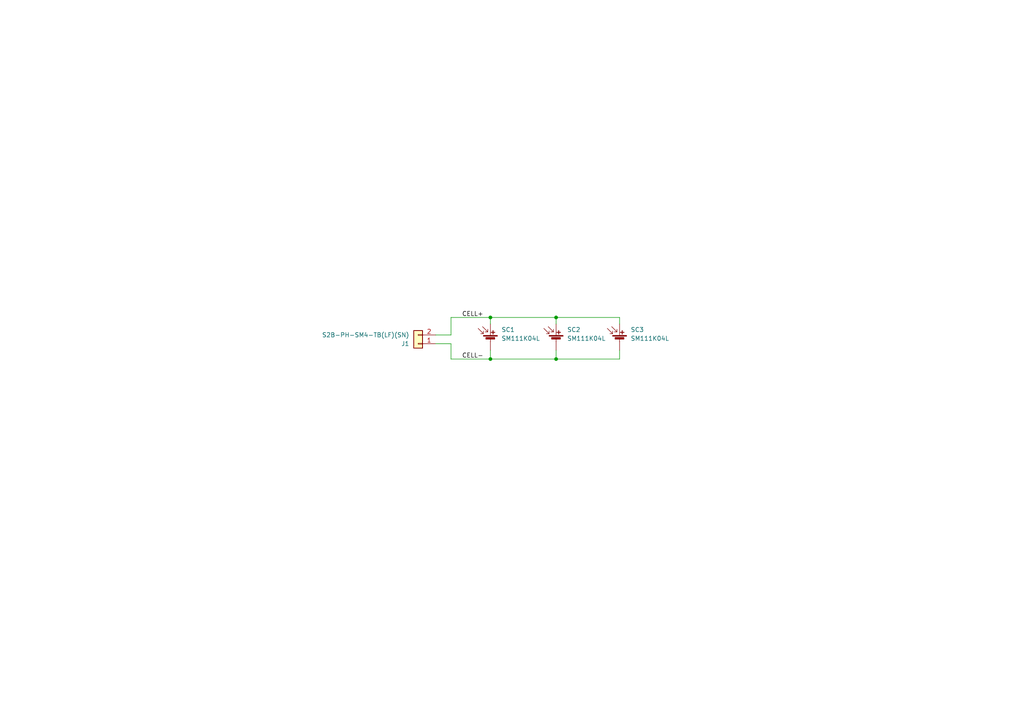
<source format=kicad_sch>
(kicad_sch (version 20211123) (generator eeschema)
  (paper "A4")
  (title_block (title "ALOIDIA Keyboard Solar Cells Breakout Module") (date "2022-07-10") (comment 2 "Author: Vincent Nguyen"))
  (lib_symbols
    (symbol "Connector_Generic:Conn_01x02" (pin_names (offset 1.016) hide)
      (property "Reference" "J" (at 0 2.54 0))
      (property "Value" "Conn_01x02" (at 0 -5.08 0))
      (symbol "Conn_01x02_1_1"
        (rectangle (start -1.27 -2.413) (end 0 -2.667) (stroke (width 0.1524)))
        (rectangle (start -1.27 0.127) (end 0 -0.127) (stroke (width 0.1524)))
        (rectangle (start -1.27 1.27) (end 1.27 -3.81) (stroke (width 0.254)) (fill (type background)))
        (pin passive line (at -5.08 0 0) (length 3.81) (name "Pin_1") (number "1"))
        (pin passive line (at -5.08 -2.54 0) (length 3.81) (name "Pin_2") (number "2"))
      )
    )
    (symbol "Device:Solar_Cell" (pin_numbers hide) (pin_names (offset 0) hide)
      (property "Reference" "SC" (at 2.54 2.54 0))
      (property "Value" "Solar_Cell" (at 2.54 0 0))
      (symbol "Solar_Cell_0_1"
        (rectangle (start -2.032 1.778) (end 2.032 1.524) (fill (type outline)))
        (rectangle (start -1.3208 1.1938) (end 1.27 0.6858) (fill (type outline)))
        (polyline (pts (xy -2.032 2.286) (xy -3.556 3.81)))
        (polyline (pts (xy -0.762 2.794) (xy -2.286 4.318)))
        (polyline (pts (xy 0 0.762) (xy 0 0)))
        (polyline (pts (xy 0 1.778) (xy 0 2.54)))
        (polyline (pts (xy 0.254 2.667) (xy 1.27 2.667)) (stroke (width 0.254)))
        (polyline (pts (xy 0.762 3.175) (xy 0.762 2.159)) (stroke (width 0.254)))
        (polyline (pts (xy -2.032 3.048) (xy -2.032 2.286) (xy -2.794 2.286)))
        (polyline (pts (xy -0.762 3.556) (xy -0.762 2.794) (xy -1.524 2.794)))
      )
      (symbol "Solar_Cell_1_1"
        (pin passive line (at 0 5.08 270) (length 2.54) (name "+") (number "1"))
        (pin passive line (at 0 -2.54 90) (length 2.54) (name "-") (number "2"))
      )
    )
  )
  (junction (at 142.24 92.075))
  (junction (at 142.24 104.14))
  (junction (at 161.29 92.075))
  (junction (at 161.29 104.14))
  (wire (pts (xy 161.29 92.075) (xy 179.705 92.075)))
  (wire (pts (xy 179.705 92.075) (xy 179.705 93.98)))
  (wire (pts (xy 179.705 104.14) (xy 161.29 104.14)))
  (wire (pts (xy 142.24 93.98) (xy 142.24 92.075)))
  (wire (pts (xy 126.365 97.155) (xy 130.81 97.155)))
  (wire (pts (xy 130.81 92.075) (xy 142.24 92.075)))
  (wire (pts (xy 161.29 104.14) (xy 142.24 104.14)))
  (wire (pts (xy 126.365 99.695) (xy 130.81 99.695)))
  (wire (pts (xy 130.81 97.155) (xy 130.81 92.075)))
  (wire (pts (xy 142.24 104.14) (xy 142.24 101.6)))
  (wire (pts (xy 179.705 101.6) (xy 179.705 104.14)))
  (wire (pts (xy 130.81 104.14) (xy 142.24 104.14)))
  (wire (pts (xy 161.29 92.075) (xy 161.29 93.98)))
  (wire (pts (xy 142.24 92.075) (xy 161.29 92.075)))
  (wire (pts (xy 161.29 104.14) (xy 161.29 101.6)))
  (wire (pts (xy 130.81 99.695) (xy 130.81 104.14)))
  (label "CELL+" (at 133.985 92.075 0))
  (label "CELL-" (at 133.985 104.14 0))
  (symbol (lib_id "Device:Solar_Cell") (at 161.29 99.06 0) (unit 1)
    (property "Reference" "SC2" (at 164.465 95.6309 0) (effects (justify left)))
    (property "Value" "SM111K04L" (at 164.465 98.1709 0) (effects (justify left)))
    (property "Footprint" "0_various:SM111K04L" (effects hide))
    (property "Datasheet" "https://waf-e.dubudisk.com/anysolar.dubuplus.com/techsupport@anysolar.biz/O18Adzo/DubuDisk/www/Gen2/SM111K04L%20DATA%20SHEET%20202007.pdf" (effects hide))
    (property "Manufacturer ref" "SM111K04L" (effects hide))
    (property "Digikey ref" "SM111K04L-ND" (effects hide))
  )
  (symbol (lib_id "Device:Solar_Cell") (at 142.24 99.06 0) (unit 1)
    (property "Reference" "SC1" (at 145.415 95.6309 0) (effects (justify left)))
    (property "Value" "SM111K04L" (at 145.415 98.1709 0) (effects (justify left)))
    (property "Footprint" "0_various:SM111K04L" (effects hide))
    (property "Datasheet" "https://waf-e.dubudisk.com/anysolar.dubuplus.com/techsupport@anysolar.biz/O18Adzo/DubuDisk/www/Gen2/SM111K04L%20DATA%20SHEET%20202007.pdf" (effects hide))
    (property "Manufacturer ref" "SM111K04L" (effects hide))
    (property "Digikey ref" "SM111K04L-ND" (effects hide))
  )
  (symbol (lib_id "Connector_Generic:Conn_01x02") (at 121.285 99.695 180) (unit 1)
    (property "Reference" "J1" (at 118.745 99.6951 0) (effects (justify left)))
    (property "Value" "S2B-PH-SM4-TB(LF)(SN)" (at 118.745 97.1551 0) (effects (justify left)))
    (property "Footprint" "Connector_JST:JST_PH_S2B-PH-SM4-TB_1x02-1MP_P2.00mm_Horizontal" (effects hide))
  )
  (symbol (lib_id "Device:Solar_Cell") (at 179.705 99.06 0) (unit 1)
    (property "Reference" "SC3" (at 182.88 95.6309 0) (effects (justify left)))
    (property "Value" "SM111K04L" (at 182.88 98.1709 0) (effects (justify left)))
    (property "Footprint" "0_various:SM111K04L" (effects hide))
    (property "Datasheet" "https://waf-e.dubudisk.com/anysolar.dubuplus.com/techsupport@anysolar.biz/O18Adzo/DubuDisk/www/Gen2/SM111K04L%20DATA%20SHEET%20202007.pdf" (effects hide))
    (property "Manufacturer ref" "SM111K04L" (effects hide))
    (property "Digikey ref" "SM111K04L-ND" (effects hide))
  )
)
</source>
